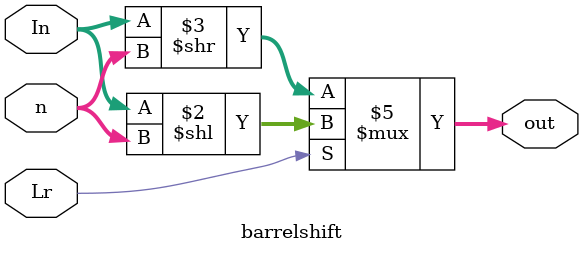
<source format=v>
`timescale 1ns / 1ps

module barrelshift(out, In, n, Lr);
output reg [7:0] out;     // Output bus width of 8 bits
input [7:0] In;            // Input bus width of 8 bits
input [2:0] n;             // Amount of shift (up to 7 positions)
input Lr;                  // Direction of shift (1 for left, 0 for right)

always @ *
begin 
    if (Lr)                 // If Lr is 1, perform left shift operation
        out = In << n;      // Left shift input by n positions
    else                    // If Lr is 0, perform right shift operation
        out = In >> n;      // Right shift input by n positions
end

endmodule

</source>
